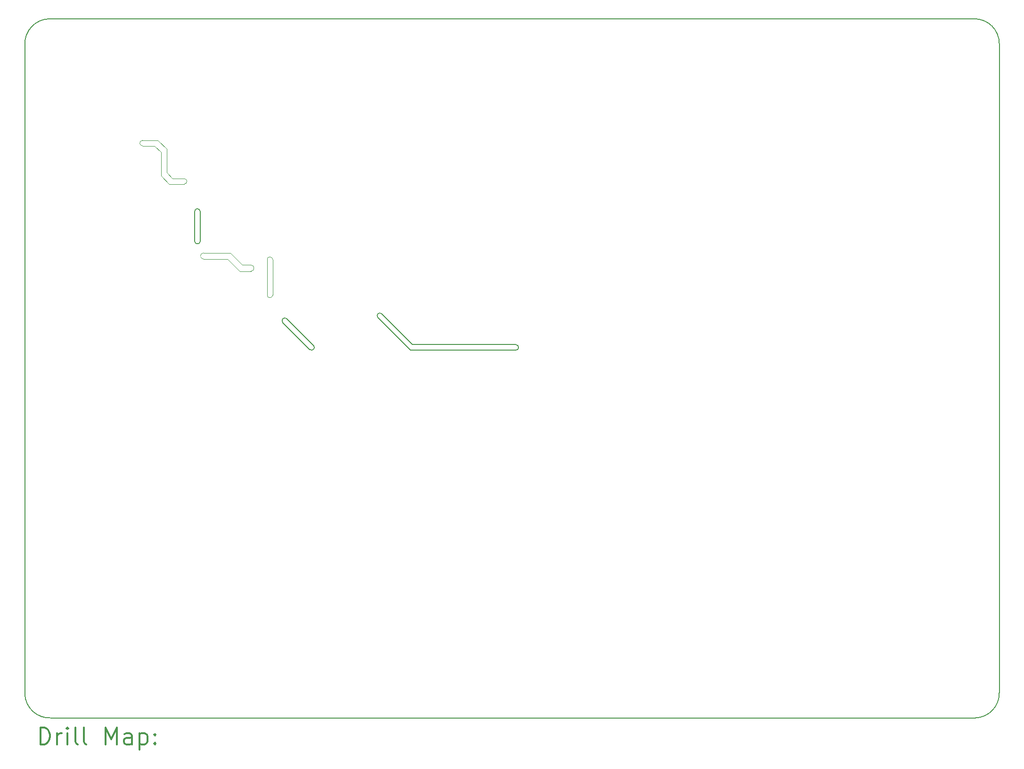
<source format=gbr>
%FSLAX45Y45*%
G04 Gerber Fmt 4.5, Leading zero omitted, Abs format (unit mm)*
G04 Created by KiCad (PCBNEW 5.1.5-52549c5~84~ubuntu18.04.1) date 2020-01-14 13:42:11*
%MOMM*%
%LPD*%
G04 APERTURE LIST*
%TA.AperFunction,Profile*%
%ADD10C,0.150000*%
%TD*%
%TA.AperFunction,Profile*%
%ADD11C,0.100000*%
%TD*%
%ADD12C,0.200000*%
%ADD13C,0.300000*%
G04 APERTURE END LIST*
D10*
X6042000Y-15493230D02*
X6042120Y-3828040D01*
X9192910Y-7352000D02*
X9193420Y-6816770D01*
X9093090Y-7352000D02*
X9093330Y-6819770D01*
D11*
X10495000Y-8320088D02*
G75*
G02X10395000Y-8319910I-50000J88D01*
G01*
D10*
X13008000Y-9212000D02*
X12455000Y-8658000D01*
D11*
X9732000Y-7562300D02*
X9253850Y-7562300D01*
X9254000Y-7674000D02*
X9686000Y-7674000D01*
X10104851Y-7780275D02*
X9950000Y-7780275D01*
X10105000Y-7892000D02*
X9904000Y-7892000D01*
D10*
X12387000Y-8726000D02*
X12972000Y-9312000D01*
D11*
X10395000Y-7683912D02*
G75*
G02X10495000Y-7684090I50000J-88D01*
G01*
X10495420Y-8320090D02*
X10495000Y-7684090D01*
X10395420Y-8319900D02*
X10395000Y-7683910D01*
X10104851Y-7780275D02*
G75*
G02X10105000Y-7892000I-559J-55863D01*
G01*
X9732000Y-7562300D02*
X9950000Y-7780000D01*
X9686000Y-7674000D02*
X9904000Y-7892000D01*
X9254000Y-7674000D02*
G75*
G02X9253851Y-7562275I559J55863D01*
G01*
D10*
X9192910Y-7352000D02*
G75*
G02X9093090Y-7352000I-49910J0D01*
G01*
X9093330Y-6819767D02*
G75*
G02X9193420Y-6816767I50090J0D01*
G01*
D11*
X8589420Y-6120000D02*
X8696000Y-6227000D01*
X8490000Y-6179000D02*
X8638000Y-6327000D01*
X8157488Y-5640097D02*
X8376000Y-5640010D01*
X8154998Y-5540010D02*
X8433000Y-5540010D01*
X8157497Y-5640097D02*
G75*
G02X8154998Y-5540010I501J50087D01*
G01*
X8376000Y-5640000D02*
X8489420Y-5754000D01*
X8433000Y-5540000D02*
X8589000Y-5696000D01*
X8490000Y-6179000D02*
X8489420Y-5754000D01*
X8589420Y-6120000D02*
X8589000Y-5696000D01*
X8903470Y-6226910D02*
X8696000Y-6227000D01*
X8906500Y-6327000D02*
X8638000Y-6327000D01*
X8903471Y-6226910D02*
G75*
G02X8906500Y-6327000I29J-50090D01*
G01*
D10*
X11229824Y-9225650D02*
G75*
G02X11161171Y-9298546I-35419J-35419D01*
G01*
X11161170Y-9298540D02*
X10678347Y-8816890D01*
X11229820Y-9225645D02*
X10747000Y-8744000D01*
X10678347Y-8816896D02*
G75*
G02X10747000Y-8744000I35419J35419D01*
G01*
X12387000Y-8726000D02*
G75*
G02X12455000Y-8658000I34000J34000D01*
G01*
X14863000Y-9211910D02*
G75*
G02X14866000Y-9312000I0J-50090D01*
G01*
X23118000Y-15919000D02*
X6513620Y-15919000D01*
X23550000Y-3804000D02*
X23550000Y-15462080D01*
X23103070Y-3357000D02*
X6492870Y-3357000D01*
X6513620Y-15919000D02*
G75*
G02X6042121Y-15493231I-23812J447586D01*
G01*
X6042000Y-3828042D02*
G75*
G02X6492878Y-3357000I449611J20945D01*
G01*
X23550000Y-3804000D02*
G75*
G03X23103069Y-3357011I-446960J29D01*
G01*
X23117935Y-15919000D02*
G75*
G03X23550000Y-15462082I-13935J445918D01*
G01*
X12972000Y-9312000D02*
X14866000Y-9312000D01*
X13008000Y-9211910D02*
X14863000Y-9212000D01*
D12*
D13*
X6320441Y-16392847D02*
X6320441Y-16092847D01*
X6391869Y-16092847D01*
X6434726Y-16107133D01*
X6463298Y-16135704D01*
X6477584Y-16164276D01*
X6491869Y-16221419D01*
X6491869Y-16264276D01*
X6477584Y-16321419D01*
X6463298Y-16349990D01*
X6434726Y-16378562D01*
X6391869Y-16392847D01*
X6320441Y-16392847D01*
X6620441Y-16392847D02*
X6620441Y-16192847D01*
X6620441Y-16249990D02*
X6634726Y-16221419D01*
X6649012Y-16207133D01*
X6677584Y-16192847D01*
X6706155Y-16192847D01*
X6806155Y-16392847D02*
X6806155Y-16192847D01*
X6806155Y-16092847D02*
X6791869Y-16107133D01*
X6806155Y-16121419D01*
X6820441Y-16107133D01*
X6806155Y-16092847D01*
X6806155Y-16121419D01*
X6991869Y-16392847D02*
X6963298Y-16378562D01*
X6949012Y-16349990D01*
X6949012Y-16092847D01*
X7149012Y-16392847D02*
X7120441Y-16378562D01*
X7106155Y-16349990D01*
X7106155Y-16092847D01*
X7491869Y-16392847D02*
X7491869Y-16092847D01*
X7591869Y-16307133D01*
X7691869Y-16092847D01*
X7691869Y-16392847D01*
X7963298Y-16392847D02*
X7963298Y-16235704D01*
X7949012Y-16207133D01*
X7920441Y-16192847D01*
X7863298Y-16192847D01*
X7834726Y-16207133D01*
X7963298Y-16378562D02*
X7934726Y-16392847D01*
X7863298Y-16392847D01*
X7834726Y-16378562D01*
X7820441Y-16349990D01*
X7820441Y-16321419D01*
X7834726Y-16292847D01*
X7863298Y-16278562D01*
X7934726Y-16278562D01*
X7963298Y-16264276D01*
X8106155Y-16192847D02*
X8106155Y-16492847D01*
X8106155Y-16207133D02*
X8134726Y-16192847D01*
X8191869Y-16192847D01*
X8220441Y-16207133D01*
X8234726Y-16221419D01*
X8249012Y-16249990D01*
X8249012Y-16335704D01*
X8234726Y-16364276D01*
X8220441Y-16378562D01*
X8191869Y-16392847D01*
X8134726Y-16392847D01*
X8106155Y-16378562D01*
X8377584Y-16364276D02*
X8391869Y-16378562D01*
X8377584Y-16392847D01*
X8363298Y-16378562D01*
X8377584Y-16364276D01*
X8377584Y-16392847D01*
X8377584Y-16207133D02*
X8391869Y-16221419D01*
X8377584Y-16235704D01*
X8363298Y-16221419D01*
X8377584Y-16207133D01*
X8377584Y-16235704D01*
M02*

</source>
